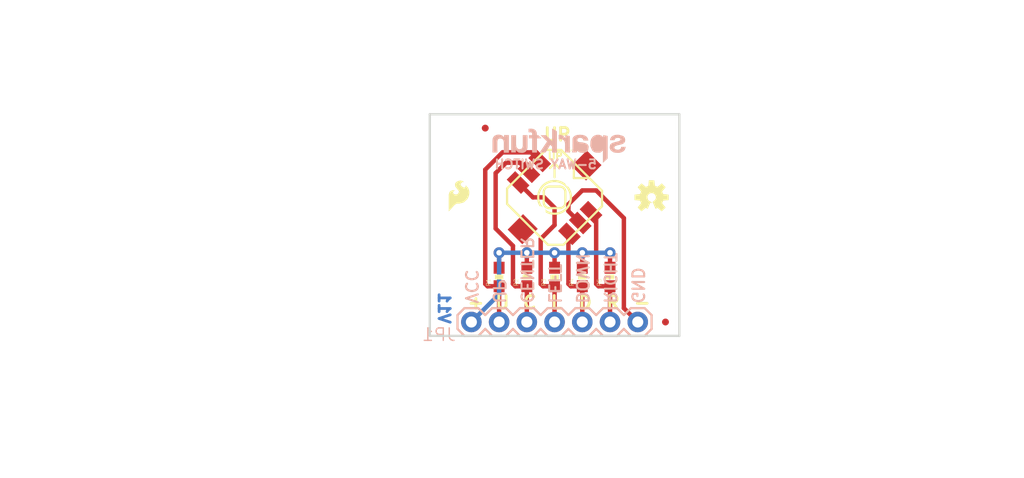
<source format=kicad_pcb>
(kicad_pcb (version 20221018) (generator pcbnew)
  (layers (0 "F.Cu" signal) (31 "B.Cu" signal) (34 "B.Paste" user) (35 "F.Paste" user) (36 "B.SilkS" user "B.Silkscreen") (37 "F.SilkS" user "F.Silkscreen") (38 "B.Mask" user) (39 "F.Mask" user) (44 "Edge.Cuts" user))
  (net 0 "")
  (net 1 "UP")
  (net 2 "DOWN")
  (net 3 "LEFT")
  (net 4 "RIGHT")
  (net 5 "CENTER")
  (net 6 "VCC")
  (net 7 "GND")
  (footprint "working:MICRO-FIDUCIAL" (layer "F.Cu") (at 142.1511 96.1136)
    (fp_text reference "JP7" hide)
    (fp_text value "FIDUCIALUFIDUCIAL" hide)
    (pad "1" smd roundrect (at 0 0) (size 0.635 0.635) (layers "F.Cu" "F.Mask") (roundrect_rratio 0.5))
  )
  (footprint "working:0603-RES" (layer "F.Cu") (at 148.5011 109.7661 90)
    (fp_text reference "R3" (at -0.889 -0.762 90) (layer "F.SilkS") (effects (font (size 0.373888 0.373888) (thickness 0.032512)) (justify left bottom)))
    (fp_text value "10K")
    (fp_poly (pts (xy -0.2286 0.381) (xy 0.2286 0.381) (xy 0.2286 -0.381) (xy -0.2286 -0.381)) (fill solid) (layer "F.SilkS"))
    (pad "1" smd rect (at -0.85 0 90) (size 1.1 1) (layers "F.Cu" "F.Paste" "F.Mask") (net 3 "LEFT"))
    (pad "2" smd rect (at 0.85 0 90) (size 1.1 1) (layers "F.Cu" "F.Paste" "F.Mask") (net 6 "VCC"))
  )
  (footprint "working:OSHW-LOGO-S" (layer "F.Cu") (at 157.3911 102.4636)
    (fp_text reference "U$1" hide)
    (fp_text value "OSHW-LOGOS" hide)
    (fp_poly (pts (xy 0.301646 -1.06135) (xy 0.42347 -1.022344) (xy 0.537176 -0.963768) (xy 0.92862 -1.282946) (xy 1.282946 -0.92862) (xy 0.961034 -0.533823) (xy 1.057045 -0.302084) (xy 1.5638 -0.250561) (xy 1.5638 0.250561) (xy 1.057045 0.302084) (xy 0.961034 0.533823) (xy 1.282946 0.92862) (xy 0.92862 1.282946) (xy 0.537177 0.963769) (xy 0.356601 1.056794) (xy 0.088679 0.410073) (xy 0.326262 0.217599) (xy 0.373649 0.121467) (xy 0.392728 0.010339) (xy 0.379464 -0.101633) (xy 0.334947 -0.205228) (xy 0.262841 -0.291917) (xy 0.169087 -0.35456) (xy 0.061406 -0.387998) (xy -0.051341 -0.38948) (xy -0.159867 -0.358881) (xy -0.255233 -0.298724) (xy -0.329589 -0.213961) (xy -0.376813 -0.111569) (xy -0.392175 -0.005766) (xy -0.322922 0.222564) (xy -0.249312 0.303772) (xy 0.091677 0.5081) (xy -0.12929 0.5081) (xy -0.355332 1.053732) (xy -0.506597 0.983577) (xy -0.538921 0.965192) (xy -0.92862 1.282946) (xy -1.282946 0.92862) (xy -0.961034 0.533823) (xy -1.057045 0.302084) (xy -1.5638 0.250561) (xy -1.5638 -0.250561) (xy -1.057045 -0.302084) (xy -0.961034 -0.533823) (xy -1.282946 -0.92862) (xy -0.92862 -1.282946) (xy -0.533823 -0.961034) (xy -0.302084 -1.057045) (xy -0.250561 -1.5638) (xy 0.250561 -1.5638)) (fill solid) (layer "F.SilkS"))
  )
  (footprint "working:0603-RES" (layer "F.Cu") (at 143.4211 109.7661 90)
    (fp_text reference "R1" (at -0.889 -0.762 90) (layer "F.SilkS") (effects (font (size 0.373888 0.373888) (thickness 0.032512)) (justify left bottom)))
    (fp_text value "10K")
    (fp_poly (pts (xy -0.2286 0.381) (xy 0.2286 0.381) (xy 0.2286 -0.381) (xy -0.2286 -0.381)) (fill solid) (layer "F.SilkS"))
    (pad "1" smd rect (at -0.85 0 90) (size 1.1 1) (layers "F.Cu" "F.Paste" "F.Mask") (net 1 "UP"))
    (pad "2" smd rect (at 0.85 0 90) (size 1.1 1) (layers "F.Cu" "F.Paste" "F.Mask") (net 6 "VCC"))
  )
  (footprint "working:CREATIVE_COMMONS" (layer "F.Cu") (at 118.0211 127.8636)
    (fp_text reference "U$2" hide)
    (fp_text value "CREATIVE_COMMONS" hide)
  )
  (footprint "working:0603-RES" (layer "F.Cu") (at 145.9611 109.7661 90)
    (fp_text reference "R2" (at -0.889 -0.762 90) (layer "F.SilkS") (effects (font (size 0.373888 0.373888) (thickness 0.032512)) (justify left bottom)))
    (fp_text value "10K")
    (fp_poly (pts (xy -0.2286 0.381) (xy 0.2286 0.381) (xy 0.2286 -0.381) (xy -0.2286 -0.381)) (fill solid) (layer "F.SilkS"))
    (pad "1" smd rect (at -0.85 0 90) (size 1.1 1) (layers "F.Cu" "F.Paste" "F.Mask") (net 5 "CENTER"))
    (pad "2" smd rect (at 0.85 0 90) (size 1.1 1) (layers "F.Cu" "F.Paste" "F.Mask") (net 6 "VCC"))
  )
  (footprint "working:STAND-OFF" (layer "F.Cu") (at 139.6111 97.3836)
    (fp_text reference "JP5" hide)
    (fp_text value "STAND-OFF" hide)
    (pad "" np_thru_hole circle (at 0 0) (size 3.302 3.302) (drill 3.302) (layers "*.Cu" "*.Mask"))
  )
  (footprint "working:SFE-LOGO-FLAME" (layer "F.Cu") (at 138.8174 103.7336)
    (fp_text reference "JP9" hide)
    (fp_text value "LOGO-SFESK" hide)
    (fp_poly (pts (xy 1.126002 -2.808203) (xy 1.215449 -2.785829) (xy 1.228477 -2.780783) (xy 1.240192 -2.774853) (xy 1.256859 -2.766576) (xy 1.275552 -2.759834) (xy 1.371694 -2.7026) (xy 1.3793 -2.7026) (xy 1.3793 -2.6772) (xy 1.306833 -2.6772) (xy 1.208418 -2.657914) (xy 1.074854 -2.495286) (xy 1.079365 -2.436824) (xy 1.12809 -2.341868) (xy 1.204665 -2.265195) (xy 1.294068 -2.200638) (xy 1.369348 -2.168823) (xy 1.450736 -2.171632) (xy 1.458864 -2.174186) (xy 1.466256 -2.177388) (xy 1.530514 -2.236956) (xy 1.5368 -2.259812) (xy 1.5368 -2.377938) (xy 1.763707 -2.148127) (xy 1.868185 -1.85684) (xy 1.871603 -1.856894) (xy 1.87806 -1.650435) (xy 1.848857 -1.45742) (xy 1.785308 -1.272842) (xy 1.6663 -1.061578) (xy 1.6663 -1.080581) (xy 1.378131 -0.80901) (xy 0.982239 -0.6985) (xy 0.753005 -0.6985) (xy 0.7162 -0.692046) (xy 0.681776 -0.679592) (xy 0.496322 -0.541784) (xy -0.0126 0.03091) (xy -0.0126 -1.52077) (xy 0.060004 -1.761967) (xy 0.168295 -1.865489) (xy 0.307122 -1.917522) (xy 0.4039 -1.925089) (xy 0.499384 -1.917623) (xy 0.55991 -1.908099) (xy 0.557788 -1.884433) (xy 0.522215 -1.885242) (xy 0.501784 -1.876141) (xy 0.420519 -1.817153) (xy 0.400721 -1.79067) (xy 0.390394 -1.7285) (xy 0.400904 -1.665228) (xy 0.421404 -1.625174) (xy 0.452342 -1.592685) (xy 0.546535 -1.54355) (xy 0.652228 -1.531742) (xy 0.742768 -1.550084) (xy 0.824219 -1.589656) (xy 0.92203 -1.754659) (xy 0.907706 -1.848843) (xy 0.850911 -1.930406) (xy 0.584707 -2.263237) (xy 0.561667 -2.510855) (xy 0.627495 -2.621556) (xy 0.629042 -2.623103) (xy 0.778901 -2.74712) (xy 1.032676 -2.817064)) (fill solid) (layer "F.SilkS"))
  )
  (footprint "working:STAND-OFF" (layer "F.Cu") (at 139.6111 107.5436)
    (fp_text reference "JP6" hide)
    (fp_text value "STAND-OFF" hide)
    (pad "" np_thru_hole circle (at 0 0) (size 3.302 3.302) (drill 3.302) (layers "*.Cu" "*.Mask"))
  )
  (footprint "working:0603-RES" (layer "F.Cu") (at 153.5811 109.7661 90)
    (fp_text reference "R5" (at -0.889 -0.762 90) (layer "F.SilkS") (effects (font (size 0.373888 0.373888) (thickness 0.032512)) (justify left bottom)))
    (fp_text value "10K")
    (fp_poly (pts (xy -0.2286 0.381) (xy 0.2286 0.381) (xy 0.2286 -0.381) (xy -0.2286 -0.381)) (fill solid) (layer "F.SilkS"))
    (pad "1" smd rect (at -0.85 0 90) (size 1.1 1) (layers "F.Cu" "F.Paste" "F.Mask") (net 4 "RIGHT"))
    (pad "2" smd rect (at 0.85 0 90) (size 1.1 1) (layers "F.Cu" "F.Paste" "F.Mask") (net 6 "VCC"))
  )
  (footprint "working:STAND-OFF" (layer "F.Cu") (at 157.3911 97.3836)
    (fp_text reference "JP3" hide)
    (fp_text value "STAND-OFF" hide)
    (pad "" np_thru_hole circle (at 0 0) (size 3.302 3.302) (drill 3.302) (layers "*.Cu" "*.Mask"))
  )
  (footprint "working:0603-RES" (layer "F.Cu") (at 151.0411 109.7661 90)
    (fp_text reference "R4" (at -0.889 -0.762 90) (layer "F.SilkS") (effects (font (size 0.373888 0.373888) (thickness 0.032512)) (justify left bottom)))
    (fp_text value "10K")
    (fp_poly (pts (xy -0.2286 0.381) (xy 0.2286 0.381) (xy 0.2286 -0.381) (xy -0.2286 -0.381)) (fill solid) (layer "F.SilkS"))
    (pad "1" smd rect (at -0.85 0 90) (size 1.1 1) (layers "F.Cu" "F.Paste" "F.Mask") (net 2 "DOWN"))
    (pad "2" smd rect (at 0.85 0 90) (size 1.1 1) (layers "F.Cu" "F.Paste" "F.Mask") (net 6 "VCC"))
  )
  (footprint "working:STAND-OFF" (layer "F.Cu") (at 157.3911 107.5436)
    (fp_text reference "JP4" hide)
    (fp_text value "STAND-OFF" hide)
    (pad "" np_thru_hole circle (at 0 0) (size 3.302 3.302) (drill 3.302) (layers "*.Cu" "*.Mask"))
  )
  (footprint "working:MICRO-FIDUCIAL" (layer "F.Cu") (at 158.6611 113.8936)
    (fp_text reference "JP2" hide)
    (fp_text value "FIDUCIALUFIDUCIAL" hide)
    (pad "1" smd roundrect (at 0 0) (size 0.635 0.635) (layers "F.Cu" "F.Mask") (roundrect_rratio 0.5))
  )
  (footprint "working:JOYSTICK_MINI" (layer "F.Cu") (at 148.5011 102.4636 -45)
    (fp_text reference "S1" (at -2.5 -3.8 -45) (layer "F.SilkS") (effects (font (size 0.373888 0.373888) (thickness 0.032512)) (justify left bottom)))
    (fp_text value "5-WAY-TACTILE-SWITCH")
    (fp_text user "UP" (at -2.9 -1.9) (layer "F.SilkS") (effects (font (size 0.65024 0.65024) (thickness 0.16256)) (justify left bottom)))
    (fp_line (start -3.65 -2.5) (end -2.65 -3.5) (stroke (width 0.2032)) (layer "F.SilkS"))
    (fp_line (start -3.65 2.5) (end -3.65 -2.5) (stroke (width 0.2032)) (layer "F.SilkS"))
    (fp_line (start -2.65 -3.5) (end -1 -3.5) (stroke (width 0.2032)) (layer "F.SilkS"))
    (fp_line (start -2.65 3.5) (end -3.65 2.5) (stroke (width 0.2032)) (layer "F.SilkS"))
    (fp_line (start -2.2 -2.2) (end -2.2 -1.6) (stroke (width 0.2032)) (layer "F.SilkS"))
    (fp_line (start -2.2 -2.2) (end -1.6 -2.2) (stroke (width 0.2032)) (layer "F.SilkS"))
    (fp_line (start -1.3 -1.3) (end -2.2 -2.2) (stroke (width 0.2032)) (layer "F.SilkS"))
    (fp_line (start -1.046446 0.353553) (end -0.353553 1.046446) (stroke (width 0.2032)) (layer "F.SilkS"))
    (fp_line (start -1 -3.5) (end 1 -3.5) (stroke (width 0.2032)) (layer "F.SilkS"))
    (fp_line (start -0.353553 -1.046446) (end -1.046446 -0.353553) (stroke (width 0.2032)) (layer "F.SilkS"))
    (fp_line (start 0 -2.5) (end -1 -3.5) (stroke (width 0.2032)) (layer "F.SilkS"))
    (fp_line (start 0 -2.5) (end 1 -3.5) (stroke (width 0.2032)) (layer "F.SilkS"))
    (fp_line (start 0.353553 1.046446) (end 1.046446 0.353553) (stroke (width 0.2032)) (layer "F.SilkS"))
    (fp_line (start 1 -3.5) (end 2.65 -3.5) (stroke (width 0.2032)) (layer "F.SilkS"))
    (fp_line (start 1.046446 -0.353553) (end 0.353553 -1.046446) (stroke (width 0.2032)) (layer "F.SilkS"))
    (fp_line (start 2.65 -3.5) (end 3.65 -2.5) (stroke (width 0.2032)) (layer "F.SilkS"))
    (fp_line (start 2.65 3.5) (end -2.65 3.5) (stroke (width 0.2032)) (layer "F.SilkS"))
    (fp_line (start 3.65 -2.5) (end 3.65 2.5) (stroke (width 0.2032)) (layer "F.SilkS"))
    (fp_line (start 3.65 2.5) (end 2.65 3.5) (stroke (width 0.2032)) (layer "F.SilkS"))
    (fp_arc (start -1.046446 0.353553) (mid -1.192892 0) (end -1.046446 -0.353553) (stroke (width 0.2032)) (layer "F.SilkS"))
    (fp_arc (start -0.353553 -1.046446) (mid 0 -1.192892) (end 0.353553 -1.046446) (stroke (width 0.2032)) (layer "F.SilkS"))
    (fp_arc (start 0.353553 1.046446) (mid 0 1.192892) (end -0.353553 1.046446) (stroke (width 0.2032)) (layer "F.SilkS"))
    (fp_arc (start 1.046446 -0.353553) (mid 1.192892 0) (end 1.046446 0.353553) (stroke (width 0.2032)) (layer "F.SilkS"))
    (fp_circle (center 0 0) (end 1.5 0) (stroke (width 0.2032)) (fill none) (layer "F.SilkS"))
    (pad "" np_thru_hole circle (at 0 -1.9 315) (size 0.75 0.75) (drill 0.75) (layers "*.Cu" "*.Mask"))
    (pad "" np_thru_hole circle (at 0 1.9 315) (size 1.05 1.05) (drill 1.05) (layers "*.Cu" "*.Mask"))
    (pad "A" smd rect (at -3.325 -1.4 315) (size 1.85 1.1) (layers "F.Cu" "F.Paste" "F.Mask") (net 1 "UP"))
    (pad "B" smd rect (at 3.325 -1.4 315) (size 1.85 1.1) (layers "F.Cu" "F.Paste" "F.Mask") (net 4 "RIGHT"))
    (pad "C" smd rect (at -3.325 1.4 315) (size 1.85 1.1) (layers "F.Cu" "F.Paste" "F.Mask") (net 3 "LEFT"))
    (pad "CTR" smd rect (at -3.325 0 315) (size 1.85 1.1) (layers "F.Cu" "F.Paste" "F.Mask") (net 5 "CENTER"))
    (pad "D" smd rect (at 3.325 1.4 315) (size 1.85 1.1) (layers "F.Cu" "F.Paste" "F.Mask") (net 2 "DOWN"))
    (pad "GND" smd rect (at 3.325 0 315) (size 1.85 1.1) (layers "F.Cu" "F.Paste" "F.Mask") (net 7 "GND"))
    (pad "NC" smd rect (at 0 -4.13 315) (size 1.9 2) (layers "F.Cu" "F.Paste" "F.Mask"))
    (pad "NC@0" smd rect (at 0 4.13 315) (size 1.9 2) (layers "F.Cu" "F.Paste" "F.Mask"))
  )
  (footprint "working:1X07" (layer "B.Cu") (at 140.8811 113.8936)
    (fp_text reference "JP1" (at -1.3462 1.8288 180) (layer "B.SilkS") (effects (font (size 1.143 1.143) (thickness 0.127)) (justify left bottom mirror)))
    (fp_text value "")
    (fp_line (start -1.27 -0.635) (end -0.635 -1.27) (stroke (width 0.2032)) (layer "B.SilkS"))
    (fp_line (start -1.27 0.635) (end -1.27 -0.635) (stroke (width 0.2032)) (layer "B.SilkS"))
    (fp_line (start -0.635 1.27) (end -1.27 0.635) (stroke (width 0.2032)) (layer "B.SilkS"))
    (fp_line (start -0.635 1.27) (end 0.635 1.27) (stroke (width 0.2032)) (layer "B.SilkS"))
    (fp_line (start 0.635 -1.27) (end -0.635 -1.27) (stroke (width 0.2032)) (layer "B.SilkS"))
    (fp_line (start 0.635 1.27) (end 1.27 0.635) (stroke (width 0.2032)) (layer "B.SilkS"))
    (fp_line (start 1.27 -0.635) (end 0.635 -1.27) (stroke (width 0.2032)) (layer "B.SilkS"))
    (fp_line (start 1.27 0.635) (end 1.905 1.27) (stroke (width 0.2032)) (layer "B.SilkS"))
    (fp_line (start 1.905 -1.27) (end 1.27 -0.635) (stroke (width 0.2032)) (layer "B.SilkS"))
    (fp_line (start 1.905 1.27) (end 3.175 1.27) (stroke (width 0.2032)) (layer "B.SilkS"))
    (fp_line (start 3.175 -1.27) (end 1.905 -1.27) (stroke (width 0.2032)) (layer "B.SilkS"))
    (fp_line (start 3.175 1.27) (end 3.81 0.635) (stroke (width 0.2032)) (layer "B.SilkS"))
    (fp_line (start 3.81 -0.635) (end 3.175 -1.27) (stroke (width 0.2032)) (layer "B.SilkS"))
    (fp_line (start 3.81 0.635) (end 4.445 1.27) (stroke (width 0.2032)) (layer "B.SilkS"))
    (fp_line (start 4.445 -1.27) (end 3.81 -0.635) (stroke (width 0.2032)) (layer "B.SilkS"))
    (fp_line (start 4.445 1.27) (end 5.715 1.27) (stroke (width 0.2032)) (layer "B.SilkS"))
    (fp_line (start 5.715 -1.27) (end 4.445 -1.27) (stroke (width 0.2032)) (layer "B.SilkS"))
    (fp_line (start 5.715 1.27) (end 6.35 0.635) (stroke (width 0.2032)) (layer "B.SilkS"))
    (fp_line (start 6.35 -0.635) (end 5.715 -1.27) (stroke (width 0.2032)) (layer "B.SilkS"))
    (fp_line (start 6.35 -0.635) (end 6.985 -1.27) (stroke (width 0.2032)) (layer "B.SilkS"))
    (fp_line (start 6.985 1.27) (end 6.35 0.635) (stroke (width 0.2032)) (layer "B.SilkS"))
    (fp_line (start 6.985 1.27) (end 8.255 1.27) (stroke (width 0.2032)) (layer "B.SilkS"))
    (fp_line (start 8.255 -1.27) (end 6.985 -1.27) (stroke (width 0.2032)) (layer "B.SilkS"))
    (fp_line (start 8.255 1.27) (end 8.89 0.635) (stroke (width 0.2032)) (layer "B.SilkS"))
    (fp_line (start 8.89 -0.635) (end 8.255 -1.27) (stroke (width 0.2032)) (layer "B.SilkS"))
    (fp_line (start 8.89 0.635) (end 9.525 1.27) (stroke (width 0.2032)) (layer "B.SilkS"))
    (fp_line (start 9.525 -1.27) (end 8.89 -0.635) (stroke (width 0.2032)) (layer "B.SilkS"))
    (fp_line (start 9.525 1.27) (end 10.795 1.27) (stroke (width 0.2032)) (layer "B.SilkS"))
    (fp_line (start 10.795 -1.27) (end 9.525 -1.27) (stroke (width 0.2032)) (layer "B.SilkS"))
    (fp_line (start 10.795 1.27) (end 11.43 0.635) (stroke (width 0.2032)) (layer "B.SilkS"))
    (fp_line (start 11.43 -0.635) (end 10.795 -1.27) (stroke (width 0.2032)) (layer "B.SilkS"))
    (fp_line (start 11.43 0.635) (end 12.065 1.27) (stroke (width 0.2032)) (layer "B.SilkS"))
    (fp_line (start 12.065 -1.27) (end 11.43 -0.635) (stroke (width 0.2032)) (layer "B.SilkS"))
    (fp_line (start 12.065 1.27) (end 13.335 1.27) (stroke (width 0.2032)) (layer "B.SilkS"))
    (fp_line (start 13.335 -1.27) (end 12.065 -1.27) (stroke (width 0.2032)) (layer "B.SilkS"))
    (fp_line (start 13.335 1.27) (end 13.97 0.635) (stroke (width 0.2032)) (layer "B.SilkS"))
    (fp_line (start 13.97 -0.635) (end 13.335 -1.27) (stroke (width 0.2032)) (layer "B.SilkS"))
    (fp_line (start 13.97 -0.635) (end 14.605 -1.27) (stroke (width 0.2032)) (layer "B.SilkS"))
    (fp_line (start 14.605 1.27) (end 13.97 0.635) (stroke (width 0.2032)) (layer "B.SilkS"))
    (fp_line (start 14.605 1.27) (end 15.875 1.27) (stroke (width 0.2032)) (layer "B.SilkS"))
    (fp_line (start 15.875 -1.27) (end 14.605 -1.27) (stroke (width 0.2032)) (layer "B.SilkS"))
    (fp_line (start 15.875 1.27) (end 16.51 0.635) (stroke (width 0.2032)) (layer "B.SilkS"))
    (fp_line (start 16.51 -0.635) (end 15.875 -1.27) (stroke (width 0.2032)) (layer "B.SilkS"))
    (fp_line (start 16.51 0.635) (end 16.51 -0.635) (stroke (width 0.2032)) (layer "B.SilkS"))
    (pad "1" thru_hole circle (at 0 0 270) (size 1.8796 1.8796) (drill 1.016) (layers "*.Cu" "*.Mask") (net 6 "VCC"))
    (pad "2" thru_hole circle (at 2.54 0 270) (size 1.8796 1.8796) (drill 1.016) (layers "*.Cu" "*.Mask") (net 1 "UP"))
    (pad "3" thru_hole circle (at 5.08 0 270) (size 1.8796 1.8796) (drill 1.016) (layers "*.Cu" "*.Mask") (net 5 "CENTER"))
    (pad "4" thru_hole circle (at 7.62 0 270) (size 1.8796 1.8796) (drill 1.016) (layers "*.Cu" "*.Mask") (net 3 "LEFT"))
    (pad "5" thru_hole circle (at 10.16 0 270) (size 1.8796 1.8796) (drill 1.016) (layers "*.Cu" "*.Mask") (net 2 "DOWN"))
    (pad "6" thru_hole circle (at 12.7 0 270) (size 1.8796 1.8796) (drill 1.016) (layers "*.Cu" "*.Mask") (net 4 "RIGHT"))
    (pad "7" thru_hole circle (at 15.24 0 270) (size 1.8796 1.8796) (drill 1.016) (layers "*.Cu" "*.Mask") (net 7 "GND"))
  )
  (footprint "working:SFE-NEW-WEB" (layer "B.Cu") (at 155.0099 99.2886 180)
    (fp_text reference "JP10" hide)
    (fp_text value "LOGO-SFENW2" hide)
    (fp_line (start 10.7163 0.9449) (end 10.7163 2.5171) (stroke (width 0.0254)) (layer "B.SilkS"))
    (fp_line (start 10.7163 2.5171) (end 11.1201 2.5171) (stroke (width 0.0254)) (layer "B.SilkS"))
    (fp_line (start 11.1201 2.2962) (end 11.1277 2.2962) (stroke (width 0.0254)) (layer "B.SilkS"))
    (fp_line (start 11.1201 2.5171) (end 11.1201 2.2962) (stroke (width 0.0254)) (layer "B.SilkS"))
    (fp_line (start 11.1379 0.9449) (end 10.7163 0.9449) (stroke (width 0.0254)) (layer "B.SilkS"))
    (fp_line (start 11.1379 1.8136) (end 11.1379 0.9449) (stroke (width 0.0254)) (layer "B.SilkS"))
    (fp_line (start 11.7729 0.955) (end 11.7729 1.9202) (stroke (width 0.0254)) (layer "B.SilkS"))
    (fp_line (start 12.1818 0.955) (end 11.7729 0.955) (stroke (width 0.0254)) (layer "B.SilkS"))
    (fp_line (start 12.1818 2.0091) (end 12.1818 0.955) (stroke (width 0.0254)) (layer "B.SilkS"))
    (fp_arc (start 11.1277 2.2962) (mid 11.137379 2.298176) (end 11.1455 2.3038) (stroke (width 0.0254)) (layer "B.SilkS"))
    (fp_arc (start 11.1379 1.8821) (mid 11.137681 1.84785) (end 11.1379 1.8136) (stroke (width 0.0254)) (layer "B.SilkS"))
    (fp_arc (start 11.1455 2.3038) (mid 11.152103 2.311188) (end 11.1582 2.319) (stroke (width 0.0254)) (layer "B.SilkS"))
    (fp_arc (start 11.1684 2.0396) (mid 11.146105 1.962214) (end 11.1379 1.8821) (stroke (width 0.0254)) (layer "B.SilkS"))
    (fp_arc (start 11.1862 2.3571) (mid 11.172158 2.338081) (end 11.1582 2.319) (stroke (width 0.0254)) (layer "B.SilkS"))
    (fp_arc (start 11.2598 2.1692) (mid 11.206137 2.110016) (end 11.1684 2.0396) (stroke (width 0.0254)) (layer "B.SilkS"))
    (fp_arc (start 11.2725 2.446) (mid 11.226399 2.404414) (end 11.1862 2.3571) (stroke (width 0.0254)) (layer "B.SilkS"))
    (fp_arc (start 11.4198 2.2327) (mid 11.334441 2.214452) (end 11.259799 2.1692) (stroke (width 0.0254)) (layer "B.SilkS"))
    (fp_arc (start 11.4198 2.2327) (mid 11.475702 2.235165) (end 11.5316 2.2377) (stroke (width 0.0254)) (layer "B.SilkS"))
    (fp_arc (start 11.5672 2.5552) (mid 11.411238 2.523841) (end 11.2725 2.446) (stroke (width 0.0254)) (layer "B.SilkS"))
    (fp_arc (start 11.5976 2.2276) (mid 11.565101 2.235925) (end 11.5316 2.2377) (stroke (width 0.0254)) (layer "B.SilkS"))
    (fp_arc (start 11.7145 2.1311) (mid 11.664346 2.1894) (end 11.5976 2.2276) (stroke (width 0.0254)) (layer "B.SilkS"))
    (fp_arc (start 11.7678 2.5502) (mid 11.667584 2.556058) (end 11.5672 2.5552) (stroke (width 0.0254)) (layer "B.SilkS"))
    (fp_arc (start 11.7729 1.9202) (mid 11.758038 2.02962) (end 11.7145 2.1311) (stroke (width 0.0254)) (layer "B.SilkS"))
    (fp_arc (start 12.0345 2.425699) (mid 11.911985 2.51116) (end 11.7678 2.5502) (stroke (width 0.0254)) (layer "B.SilkS"))
    (fp_arc (start 12.1488 2.232699) (mid 12.104013 2.336521) (end 12.0345 2.4257) (stroke (width 0.0254)) (layer "B.SilkS"))
    (fp_arc (start 12.1818 2.0091) (mid 12.172765 2.122002) (end 12.1488 2.2327) (stroke (width 0.0254)) (layer "B.SilkS"))
    (fp_poly (pts (xy 6.7335 1.97376) (xy 7.284539 2.5248) (xy 7.78835 2.5248) (xy 7.197008 1.946482) (xy 7.869909 0.937183) (xy 7.330929 0.939835) (xy 6.903958 1.643715) (xy 6.7386 1.483032) (xy 6.7386 0.9296) (xy 6.306639 0.9296) (xy 6.2941 0.942139) (xy 6.2941 2.887776) (xy 6.7335 3.138467)) (fill solid) (layer "B.SilkS"))
    (fp_poly (pts (xy 6.1316 2.557116) (xy 6.1316 2.1463) (xy 6.115783 2.1463) (xy 6.10653 2.147054) (xy 6.097893 2.149211) (xy 6.068387 2.157246) (xy 6.038921 2.161538) (xy 5.96265 2.164739) (xy 5.887609 2.161589) (xy 5.731931 2.107297) (xy 5.637641 2.01865) (xy 5.577301 1.903423) (xy 5.5499 1.736362) (xy 5.5499 0.9423) (xy 5.107878 0.9423) (xy 5.110519 2.454146) (xy 5.522 2.527255) (xy 5.522 2.23421) (xy 5.526568 2.235703) (xy 5.544419 2.262523) (xy 5.578823 2.314498) (xy 5.613758 2.367854) (xy 5.686736 2.438162) (xy 5.778008 2.498223) (xy 5.979984 2.565515)) (fill solid) (layer "B.SilkS"))
    (fp_poly (pts (xy 8.809451 3.119894) (xy 8.875117 3.1166) (xy 8.89 3.1166) (xy 8.89 2.7889) (xy 8.869112 2.7889) (xy 8.841108 2.7915) (xy 8.660351 2.7915) (xy 8.587936 2.740064) (xy 8.571191 2.699601) (xy 8.5649 2.653436) (xy 8.5649 2.5273) (xy 8.8621 2.5273) (xy 8.8621 2.2352) (xy 8.5623 2.2352) (xy 8.5623 0.9322) (xy 8.1204 0.9322) (xy 8.1204 2.232779) (xy 7.70383 2.235391) (xy 7.995739 2.5273) (xy 8.1255 2.5273) (xy 8.1255 2.560826) (xy 8.143432 2.77702) (xy 8.219199 2.938937) (xy 8.324367 3.032939) (xy 8.449534 3.095959) (xy 8.586403 3.1242) (xy 8.743112 3.1242)) (fill solid) (layer "B.SilkS"))
    (fp_poly (pts (xy 9.4234 1.520808) (xy 9.472887 1.359973) (xy 9.516069 1.308184) (xy 9.573108 1.271734) (xy 9.714102 1.241373) (xy 9.853529 1.268907) (xy 10.003067 1.442966) (xy 10.033 1.684784) (xy 10.033 2.5273) (xy 10.48 2.5273) (xy 10.48 0.9398) (xy 10.0533 0.9398) (xy 10.0533 1.159712) (xy 9.961626 1.051965) (xy 9.823848 0.946774) (xy 9.797269 0.933513) (xy 9.76873 0.924761) (xy 9.46843 0.899096) (xy 9.311419 0.929258) (xy 9.173895 1.0008) (xy 9.172522 1.0008) (xy 9.155194 1.014756) (xy 9.141833 1.028106) (xy 9.055991 1.150842) (xy 9.0022 1.291099) (xy 8.984 1.439423) (xy 8.984 2.5324) (xy 9.4234 2.5324)) (fill solid) (layer "B.SilkS"))
    (fp_poly (pts (xy 11.770768 2.56283) (xy 12.043428 2.435548) (xy 12.160999 2.237024) (xy 12.1945 2.010032) (xy 12.1945 0.9423) (xy 11.7602 0.9423) (xy 11.7602 1.918473) (xy 11.703019 2.124971) (xy 11.656141 2.179463) (xy 11.593344 2.215403) (xy 11.530919 2.224956) (xy 11.476269 2.222478) (xy 11.422494 2.220106) (xy 11.267999 2.15879) (xy 11.180349 2.034508) (xy 11.1506 1.880883) (xy 11.1506 0.9322) (xy 10.7036 0.9322) (xy 10.7036 2.5298) (xy 11.1328 2.5298) (xy 11.1328 2.310453) (xy 11.136857 2.313263) (xy 11.148195 2.326833) (xy 11.161924 2.345602) (xy 11.176241 2.364992) (xy 11.217267 2.413279) (xy 11.265048 2.456381) (xy 11.406772 2.535896) (xy 11.566093 2.567932)) (fill solid) (layer "B.SilkS"))
    (fp_poly (pts (xy 1.201557 2.290098) (xy 1.414074 2.156268) (xy 1.42383 2.065) (xy 1.01008 2.065) (xy 1.00135 2.126335) (xy 0.936084 2.220524) (xy 0.871817 2.257602) (xy 0.798545 2.2758) (xy 0.628591 2.2758) (xy 0.583991 2.267366) (xy 0.54164 2.251682) (xy 0.51157 2.232098) (xy 0.488614 2.205726) (xy 0.469153 2.152744) (xy 0.474604 2.097619) (xy 0.521548 2.031823) (xy 0.664468 1.962838) (xy 0.866638 1.922444) (xy 1.206678 1.822687) (xy 1.354318 1.729494) (xy 1.389578 1.692366) (xy 1.416579 1.648151) (xy 1.458164 1.45004) (xy 1.461145 1.449965) (xy 1.457817 1.384541) (xy 1.452657 1.33034) (xy 1.371775 1.140043) (xy 1.14885 0.969822) (xy 1.013381 0.927267) (xy 0.74708 0.904177) (xy 0.617383 0.909691) (xy 0.487493 0.922202) (xy 0.306845 0.984179) (xy 0.185213 1.061804) (xy 0.109225 1.132023) (xy 0.056988 1.2215) (xy 0.013059 1.350644) (xy 0.002577 1.410659) (xy -0.00152 1.469003) (xy 0.738194 1.103079) (xy 1.120535 1.189414) (xy 1.224068 1.497644) (xy 0.809011 1.723764) (xy 0.364394 1.98847) (xy 0.308075 2.310537) (xy 0.741882 2.423672)) (fill solid) (layer "B.SilkS"))
    (fp_poly (pts (xy 0.803285 2.567895) (xy 0.944243 2.553799) (xy 1.081508 2.516334) (xy 1.193542 2.461399) (xy 1.291841 2.383865) (xy 1.357039 2.297824) (xy 1.377068 2.257603) (xy 1.393653 2.216867) (xy 1.417283 2.151914) (xy 1.353784 2.105111) (xy 1.152335 2.254241) (xy 0.736495 2.387001) (xy 0.372562 2.2771) (xy 0.417884 2.019711) (xy 1.241556 1.540676) (xy 1.263422 1.497067) (xy 1.147655 1.152457) (xy 0.724605 1.058492) (xy -0.038666 1.4605) (xy 0.4115 1.4605) (xy 0.4115 1.443465) (xy 0.420401 1.369907) (xy 0.454647 1.305856) (xy 0.524203 1.243358) (xy 0.610838 1.206018) (xy 0.637726 1.200933) (xy 0.665996 1.198896) (xy 0.7328 1.198388) (xy 0.797909 1.198884) (xy 0.968128 1.258018) (xy 1.007665 1.302192) (xy 1.028603 1.358428) (xy 1.025789 1.425438) (xy 0.995864 1.485288) (xy 0.943734 1.527918) (xy 0.71543 1.60573) (xy 0.533161 1.644154) (xy 0.351479 1.692254) (xy 0.230117 1.743632) (xy 0.122357 1.822697) (xy 0.0457 1.960096) (xy 0.0457 1.963137) (xy 0.038572 2.135467) (xy 0.0838 2.300408) (xy 0.0838 2.303445) (xy 0.206233 2.444416) (xy 0.620397 2.567885) (xy 0.71245 2.568634)) (fill solid) (layer "B.SilkS"))
    (fp_poly (pts (xy 2.834651 2.506079) (xy 2.92707 2.450683) (xy 3.011605 2.383731) (xy 3.1267 2.221708) (xy 3.1267 2.263503) (xy 3.219434 1.972794) (xy 3.236098 1.526727) (xy 3.068933 1.135798) (xy 2.975978 1.041462) (xy 2.864973 0.970996) (xy 2.740356 0.92713) (xy 2.372489 0.922) (xy 2.370226 0.922) (xy 2.254471 0.962806) (xy 2.0828 1.127587) (xy 2.0828 -0.010757) (xy 1.6434 0.385552) (xy 1.6434 2.45912) (xy 2.057593 2.537568) (xy 2.055012 2.330537) (xy 2.068304 2.345345) (xy 2.15812 2.442839) (xy 2.234107 2.497896) (xy 2.368681 2.552194) (xy 2.419192 2.562883) (xy 2.620347 2.565422)) (fill solid) (layer "B.SilkS"))
    (fp_poly (pts (xy 4.444983 2.544915) (xy 4.588724 2.501712) (xy 4.72259 2.430523) (xy 4.844814 2.271666) (xy 4.859671 2.1819) (xy 4.8616 2.1819) (xy 4.8616 1.6891) (xy 4.864173 1.6891) (xy 4.861602 1.242543) (xy 4.871819 1.108764) (xy 4.906708 0.979275) (xy 4.920484 0.9423) (xy 4.495275 0.9423) (xy 4.477494 0.951279) (xy 4.472002 0.970735) (xy 4.468249 0.985133) (xy 4.446292 1.084946) (xy 4.440321 1.089528) (xy 4.438945 1.088886) (xy 4.309064 0.98859) (xy 4.153188 0.927249) (xy 3.824183 0.906712) (xy 3.683825 0.938256) (xy 3.554173 1.000134) (xy 3.486826 1.05665) (xy 3.437273 1.130532) (xy 3.3807 1.444163) (xy 3.3807 1.446675) (xy 3.401941 1.543624) (xy 3.446308 1.632822) (xy 3.527788 1.722902) (xy 3.632416 1.784766) (xy 3.937258 1.861632) (xy 4.048648 1.873601) (xy 4.159025 1.884616) (xy 4.224807 1.893434) (xy 4.289167 1.907055) (xy 4.33627 1.923636) (xy 4.379043 1.948302) (xy 4.40746 1.97439) (xy 4.413401 1.982996) (xy 4.4171 1.991454) (xy 4.4171 2.14983) (xy 4.358225 2.232254) (xy 4.254396 2.270917) (xy 4.188024 2.274326) (xy 4.120967 2.275774) (xy 4.006678 2.25395) (xy 3.883048 2.131716) (xy 3.8659 2.045941) (xy 3.8659 2.0295) (xy 3.429 2.0295) (xy 3.429 2.040006) (xy 3.418965 2.041638) (xy 3.439259 2.166448) (xy 3.491292 2.283494) (xy 3.571378 2.383462) (xy 3.674008 2.459597) (xy 3.791998 2.513469) (xy 3.916944 2.547448) (xy 4.18103 2.571338)) (fill solid) (layer "B.SilkS"))
  )
  (gr_line (start 159.9311 94.8436) (end 137.0711 94.8436) (stroke (width 0.2032)) (layer "Edge.Cuts"))
  (gr_line (start 137.0711 94.8436) (end 137.0711 115.1636) (stroke (width 0.2032)) (layer "Edge.Cuts"))
  (gr_line (start 159.9311 115.1636) (end 159.9311 94.8436) (stroke (width 0.2032)) (layer "Edge.Cuts"))
  (gr_line (start 137.0711 115.1636) (end 159.9311 115.1636) (stroke (width 0.2032)) (layer "Edge.Cuts"))
  (gr_text "V11" (at 138.9761 111.0361 -90) (layer "B.Cu") (effects (font (size 1.016 1.016) (thickness 0.254)) (justify right top mirror)))
  (gr_text "RIGHT" (at 152.9461 112.3061 -90) (layer "B.SilkS") (effects (font (size 1.0795 1.0795) (thickness 0.1905)) (justify left bottom mirror)))
  (gr_text "DOWN" (at 150.4061 112.3061 -90) (layer "B.SilkS") (effects (font (size 1.0795 1.0795) (thickness 0.1905)) (justify left bottom mirror)))
  (gr_text "VCC" (at 140.2461 112.3061 -90) (layer "B.SilkS") (effects (font (size 1.0795 1.0795) (thickness 0.1905)) (justify left bottom mirror)))
  (gr_text "UP" (at 142.7861 112.3061 -90) (layer "B.SilkS") (effects (font (size 1.0795 1.0795) (thickness 0.1905)) (justify left bottom mirror)))
  (gr_text "5-WAY SWITCH" (at 152.4699 99.9236) (layer "B.SilkS") (effects (font (size 0.83312 0.83312) (thickness 0.18288)) (justify left bottom mirror)))
  (gr_text "GND" (at 155.4861 112.3061 -90) (layer "B.SilkS") (effects (font (size 1.0795 1.0795) (thickness 0.1905)) (justify left bottom mirror)))
  (gr_text "CENTER" (at 145.3261 112.3061 -90) (layer "B.SilkS") (effects (font (size 1.0795 1.0795) (thickness 0.1905)) (justify left bottom mirror)))
  (gr_text "LEFT" (at 147.8661 112.3061 -90) (layer "B.SilkS") (effects (font (size 1.0795 1.0795) (thickness 0.1905)) (justify left bottom mirror)))
  (gr_text "L" (at 148.0249 112.7823) (layer "F.SilkS") (effects (font (size 1.166368 1.166368) (thickness 0.256032)) (justify left bottom)))
  (gr_text "U" (at 142.9449 112.7823) (layer "F.SilkS") (effects (font (size 1.166368 1.166368) (thickness 0.256032)) (justify left bottom)))
  (gr_text "UP" (at 147.386675 97.3836) (layer "F.SilkS") (effects (font (size 1.166368 1.166368) (thickness 0.256032)) (justify left bottom)))
  (gr_text "+" (at 140.4049 112.7824) (layer "F.SilkS") (effects (font (size 1.166368 1.166368) (thickness 0.256032)) (justify left bottom)))
  (gr_text "D" (at 150.5649 112.7823) (layer "F.SilkS") (effects (font (size 1.166368 1.166368) (thickness 0.256032)) (justify left bottom)))
  (gr_text "R" (at 153.1049 112.7823) (layer "F.SilkS") (effects (font (size 1.166368 1.166368) (thickness 0.256032)) (justify left bottom)))
  (gr_text "-" (at 155.6449 112.7823) (layer "F.SilkS") (effects (font (size 1.166368 1.166368) (thickness 0.256032)) (justify left bottom)))
  (gr_text "C" (at 145.4849 112.7823) (layer "F.SilkS") (effects (font (size 1.166368 1.166368) (thickness 0.256032)) (justify left bottom)))
  (segment (start 142.3661 110.6161) (end 142.1511 110.4011) (width 0.4064) (layer "F.Cu") (net 1))
  (segment (start 146.3537 98.3361) (end 147.139918 99.122522) (width 0.4064) (layer "F.Cu") (net 1))
  (segment (start 143.4211 113.8936) (end 143.4211 110.6161) (width 0.4064) (layer "F.Cu") (net 1))
  (segment (start 143.4211 110.6161) (end 142.3661 110.6161) (width 0.4064) (layer "F.Cu") (net 1))
  (segment (start 142.1511 99.9236) (end 143.7386 98.3361) (width 0.4064) (layer "F.Cu") (net 1))
  (segment (start 143.7386 98.3361) (end 146.3537 98.3361) (width 0.4064) (layer "F.Cu") (net 1))
  (segment (start 142.1511 110.4011) (end 142.1511 99.9236) (width 0.4064) (layer "F.Cu") (net 1))
  (segment (start 149.9861 110.6161) (end 149.7711 110.4011) (width 0.4064) (layer "F.Cu") (net 2))
  (segment (start 151.0411 113.8936) (end 151.0411 110.6161) (width 0.4064) (layer "F.Cu") (net 2))
  (segment (start 149.7711 110.4011) (end 149.7711 105.896) (width 0.4064) (layer "F.Cu") (net 2))
  (segment (start 149.7711 105.896) (end 149.862278 105.804682) (width 0.4064) (layer "F.Cu") (net 2))
  (segment (start 151.0411 110.6161) (end 149.9861 110.6161) (width 0.4064) (layer "F.Cu") (net 2))
  (segment (start 147.2311 110.4011) (end 147.4461 110.6161) (width 0.4064) (layer "F.Cu") (net 3))
  (segment (start 145.160018 101.102422) (end 146.521196 102.4636) (width 0.4064) (layer "F.Cu") (net 3))
  (segment (start 148.5011 103.4161) (end 148.5011 105.0036) (width 0.4064) (layer "F.Cu") (net 3))
  (segment (start 148.5011 113.8936) (end 148.5011 110.6161) (width 0.4064) (layer "F.Cu") (net 3))
  (segment (start 147.5486 102.4636) (end 148.5011 103.4161) (width 0.4064) (layer "F.Cu") (net 3))
  (segment (start 147.4461 110.6161) (end 148.5011 110.6161) (width 0.4064) (layer "F.Cu") (net 3))
  (segment (start 148.5011 105.0036) (end 147.2311 106.2736) (width 0.4064) (layer "F.Cu") (net 3))
  (segment (start 146.521196 102.4636) (end 147.5486 102.4636) (width 0.4064) (layer "F.Cu") (net 3))
  (segment (start 147.2311 106.2736) (end 147.2311 110.4011) (width 0.4064) (layer "F.Cu") (net 3))
  (segment (start 151.842178 103.824782) (end 152.3111 104.293704) (width 0.4064) (layer "F.Cu") (net 4))
  (segment (start 152.3111 110.4011) (end 152.3111 104.293704) (width 0.4064) (layer "F.Cu") (net 4))
  (segment (start 153.5811 113.8936) (end 153.5811 110.6161) (width 0.4064) (layer "F.Cu") (net 4))
  (segment (start 152.5261 110.6161) (end 152.3111 110.4011) (width 0.4064) (layer "F.Cu") (net 4))
  (segment (start 153.5811 110.6161) (end 152.5261 110.6161) (width 0.4064) (layer "F.Cu") (net 4))
  (segment (start 144.6911 106.9086) (end 143.1036 105.3211) (width 0.4064) (layer "F.Cu") (net 5))
  (segment (start 145.9611 113.8936) (end 145.9611 110.6161) (width 0.4064) (layer "F.Cu") (net 5))
  (segment (start 145.9611 110.6161) (end 144.9061 110.6161) (width 0.4064) (layer "F.Cu") (net 5))
  (segment (start 145.3263 99.2886) (end 146.149968 100.112472) (width 0.4064) (layer "F.Cu") (net 5))
  (segment (start 144.9061 110.6161) (end 144.6911 110.4011) (width 0.4064) (layer "F.Cu") (net 5))
  (segment (start 143.1036 100.2411) (end 144.0561 99.2886) (width 0.4064) (layer "F.Cu") (net 5))
  (segment (start 143.1036 105.3211) (end 143.1036 100.2411) (width 0.4064) (layer "F.Cu") (net 5))
  (segment (start 144.0561 99.2886) (end 145.3263 99.2886) (width 0.4064) (layer "F.Cu") (net 5))
  (segment (start 144.6911 110.4011) (end 144.6911 106.9086) (width 0.4064) (layer "F.Cu") (net 5))
  (segment (start 151.0411 107.5436) (end 151.0411 108.9161) (width 0.4064) (layer "F.Cu") (net 6))
  (segment (start 148.5011 107.5436) (end 148.5011 108.9161) (width 0.4064) (layer "F.Cu") (net 6))
  (segment (start 145.9611 107.5436) (end 145.9611 108.9161) (width 0.4064) (layer "F.Cu") (net 6))
  (segment (start 143.4211 107.5436) (end 143.4211 108.9161) (width 0.4064) (layer "F.Cu") (net 6))
  (segment (start 153.5811 107.5436) (end 153.5811 108.9161) (width 0.4064) (layer "F.Cu") (net 6))
  (via (at 148.5011 107.5436) (size 1.016) (drill 0.508) (layers "F.Cu" "B.Cu") (net 6))
  (via (at 153.5811 107.5436) (size 1.016) (drill 0.508) (layers "F.Cu" "B.Cu") (net 6))
  (via (at 151.0411 107.5436) (size 1.016) (drill 0.508) (layers "F.Cu" "B.Cu") (net 6))
  (via (at 143.4211 107.5436) (size 1.016) (drill 0.508) (layers "F.Cu" "B.Cu") (net 6))
  (via (at 145.9611 107.5436) (size 1.016) (drill 0.508) (layers "F.Cu" "B.Cu") (net 6))
  (segment (start 143.4211 111.3536) (end 143.4211 107.5436) (width 0.4064) (layer "B.Cu") (net 6))
  (segment (start 143.4211 107.5436) (end 145.9611 107.5436) (width 0.4064) (layer "B.Cu") (net 6))
  (segment (start 148.5011 107.5436) (end 151.0411 107.5436) (width 0.4064) (layer "B.Cu") (net 6))
  (segment (start 145.9611 107.5436) (end 148.5011 107.5436) (width 0.4064) (layer "B.Cu") (net 6))
  (segment (start 140.8811 113.8936) (end 143.4211 111.3536) (width 0.4064) (layer "B.Cu") (net 6))
  (segment (start 151.0411 107.5436) (end 153.5811 107.5436) (width 0.4064) (layer "B.Cu") (net 6))
  (segment (start 149.7711 103.0986) (end 151.0411 101.8286) (width 0.4064) (layer "F.Cu") (net 7))
  (segment (start 154.8511 104.3686) (end 154.8511 112.6236) (width 0.4064) (layer "F.Cu") (net 7))
  (segment (start 152.3111 101.8286) (end 154.8511 104.3686) (width 0.4064) (layer "F.Cu") (net 7))
  (segment (start 150.852228 104.814732) (end 149.7711 103.7336) (width 0.4064) (layer "F.Cu") (net 7))
  (segment (start 149.7711 103.7336) (end 149.7711 103.0986) (width 0.4064) (layer "F.Cu") (net 7))
  (segment (start 151.0411 101.8286) (end 152.3111 101.8286) (width 0.4064) (layer "F.Cu") (net 7))
  (segment (start 154.8511 112.6236) (end 156.1211 113.8936) (width 0.4064) (layer "F.Cu") (net 7))
)
</source>
